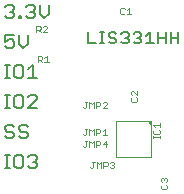
<source format=gtl>
G75*
%MOIN*%
%OFA0B0*%
%FSLAX25Y25*%
%IPPOS*%
%LPD*%
%AMOC8*
5,1,8,0,0,1.08239X$1,22.5*
%
%ADD10C,0.00700*%
%ADD11C,0.00200*%
%ADD12C,0.00500*%
%ADD13C,0.00394*%
D10*
X0057850Y0072452D02*
X0060385Y0072452D01*
X0061994Y0072452D02*
X0063261Y0072452D01*
X0062627Y0072452D02*
X0062627Y0076255D01*
X0061994Y0076255D02*
X0063261Y0076255D01*
X0064756Y0075621D02*
X0064756Y0074988D01*
X0065390Y0074354D01*
X0066658Y0074354D01*
X0067291Y0073720D01*
X0067291Y0073086D01*
X0066658Y0072452D01*
X0065390Y0072452D01*
X0064756Y0073086D01*
X0064756Y0075621D02*
X0065390Y0076255D01*
X0066658Y0076255D01*
X0067291Y0075621D01*
X0068899Y0075621D02*
X0069533Y0076255D01*
X0070801Y0076255D01*
X0071435Y0075621D01*
X0071435Y0074988D01*
X0070801Y0074354D01*
X0071435Y0073720D01*
X0071435Y0073086D01*
X0070801Y0072452D01*
X0069533Y0072452D01*
X0068899Y0073086D01*
X0070167Y0074354D02*
X0070801Y0074354D01*
X0073043Y0075621D02*
X0073677Y0076255D01*
X0074945Y0076255D01*
X0075578Y0075621D01*
X0075578Y0074988D01*
X0074945Y0074354D01*
X0075578Y0073720D01*
X0075578Y0073086D01*
X0074945Y0072452D01*
X0073677Y0072452D01*
X0073043Y0073086D01*
X0074311Y0074354D02*
X0074945Y0074354D01*
X0077187Y0074988D02*
X0078454Y0076255D01*
X0078454Y0072452D01*
X0077187Y0072452D02*
X0079722Y0072452D01*
X0081330Y0072452D02*
X0081330Y0076255D01*
X0081330Y0074354D02*
X0083866Y0074354D01*
X0085474Y0074354D02*
X0088009Y0074354D01*
X0088009Y0076255D02*
X0088009Y0072452D01*
X0085474Y0072452D02*
X0085474Y0076255D01*
X0083866Y0076255D02*
X0083866Y0072452D01*
X0057850Y0072452D02*
X0057850Y0076255D01*
D11*
X0068663Y0082514D02*
X0069030Y0082147D01*
X0069764Y0082147D01*
X0070131Y0082514D01*
X0070873Y0082147D02*
X0072341Y0082147D01*
X0071607Y0082147D02*
X0071607Y0084349D01*
X0070873Y0083615D01*
X0070131Y0083982D02*
X0069764Y0084349D01*
X0069030Y0084349D01*
X0068663Y0083982D01*
X0068663Y0082514D01*
X0044778Y0066202D02*
X0043310Y0066202D01*
X0044044Y0066202D02*
X0044044Y0068404D01*
X0043310Y0067670D01*
X0042568Y0068037D02*
X0042568Y0067303D01*
X0042201Y0066936D01*
X0041100Y0066936D01*
X0041834Y0066936D02*
X0042568Y0066202D01*
X0041100Y0066202D02*
X0041100Y0068404D01*
X0042201Y0068404D01*
X0042568Y0068037D01*
X0042810Y0076202D02*
X0044278Y0077670D01*
X0044278Y0078037D01*
X0043911Y0078404D01*
X0043177Y0078404D01*
X0042810Y0078037D01*
X0042068Y0078037D02*
X0042068Y0077303D01*
X0041701Y0076936D01*
X0040600Y0076936D01*
X0041334Y0076936D02*
X0042068Y0076202D01*
X0042810Y0076202D02*
X0044278Y0076202D01*
X0042068Y0078037D02*
X0041701Y0078404D01*
X0040600Y0078404D01*
X0040600Y0076202D01*
X0056834Y0053097D02*
X0057568Y0053097D01*
X0057201Y0053097D02*
X0057201Y0051262D01*
X0056834Y0050895D01*
X0056467Y0050895D01*
X0056100Y0051262D01*
X0058310Y0050895D02*
X0058310Y0053097D01*
X0059044Y0052363D01*
X0059778Y0053097D01*
X0059778Y0050895D01*
X0060520Y0050895D02*
X0060520Y0053097D01*
X0061621Y0053097D01*
X0061988Y0052730D01*
X0061988Y0051996D01*
X0061621Y0051629D01*
X0060520Y0051629D01*
X0062730Y0050895D02*
X0064198Y0052363D01*
X0064198Y0052730D01*
X0063831Y0053097D01*
X0063097Y0053097D01*
X0062730Y0052730D01*
X0062730Y0050895D02*
X0064198Y0050895D01*
X0063464Y0044097D02*
X0063464Y0041895D01*
X0062730Y0041895D02*
X0064198Y0041895D01*
X0063831Y0040097D02*
X0062730Y0038996D01*
X0064198Y0038996D01*
X0063831Y0037895D02*
X0063831Y0040097D01*
X0061988Y0039730D02*
X0061988Y0038996D01*
X0061621Y0038629D01*
X0060520Y0038629D01*
X0060520Y0037895D02*
X0060520Y0040097D01*
X0061621Y0040097D01*
X0061988Y0039730D01*
X0060520Y0041895D02*
X0060520Y0044097D01*
X0061621Y0044097D01*
X0061988Y0043730D01*
X0061988Y0042996D01*
X0061621Y0042629D01*
X0060520Y0042629D01*
X0059778Y0041895D02*
X0059778Y0044097D01*
X0059044Y0043363D01*
X0058310Y0044097D01*
X0058310Y0041895D01*
X0057201Y0042262D02*
X0056834Y0041895D01*
X0056467Y0041895D01*
X0056100Y0042262D01*
X0057201Y0042262D02*
X0057201Y0044097D01*
X0056834Y0044097D02*
X0057568Y0044097D01*
X0057568Y0040097D02*
X0056834Y0040097D01*
X0057201Y0040097D02*
X0057201Y0038262D01*
X0056834Y0037895D01*
X0056467Y0037895D01*
X0056100Y0038262D01*
X0058310Y0037895D02*
X0058310Y0040097D01*
X0059044Y0039363D01*
X0059778Y0040097D01*
X0059778Y0037895D01*
X0059701Y0033097D02*
X0059701Y0031262D01*
X0059334Y0030895D01*
X0058967Y0030895D01*
X0058600Y0031262D01*
X0059334Y0033097D02*
X0060068Y0033097D01*
X0060810Y0033097D02*
X0061544Y0032363D01*
X0062278Y0033097D01*
X0062278Y0030895D01*
X0063020Y0030895D02*
X0063020Y0033097D01*
X0064121Y0033097D01*
X0064488Y0032730D01*
X0064488Y0031996D01*
X0064121Y0031629D01*
X0063020Y0031629D01*
X0065230Y0031262D02*
X0065597Y0030895D01*
X0066331Y0030895D01*
X0066698Y0031262D01*
X0066698Y0031629D01*
X0066331Y0031996D01*
X0065964Y0031996D01*
X0066331Y0031996D02*
X0066698Y0032363D01*
X0066698Y0032730D01*
X0066331Y0033097D01*
X0065597Y0033097D01*
X0065230Y0032730D01*
X0060810Y0033097D02*
X0060810Y0030895D01*
X0062730Y0043363D02*
X0063464Y0044097D01*
X0072506Y0053052D02*
X0073974Y0053052D01*
X0074341Y0053419D01*
X0074341Y0054153D01*
X0073974Y0054520D01*
X0074341Y0055262D02*
X0072873Y0056730D01*
X0072506Y0056730D01*
X0072139Y0056363D01*
X0072139Y0055629D01*
X0072506Y0055262D01*
X0072506Y0054520D02*
X0072139Y0054153D01*
X0072139Y0053419D01*
X0072506Y0053052D01*
X0074341Y0055262D02*
X0074341Y0056730D01*
X0081800Y0045960D02*
X0081800Y0044492D01*
X0081800Y0045226D02*
X0079598Y0045226D01*
X0080332Y0044492D01*
X0079965Y0043750D02*
X0079598Y0043383D01*
X0079598Y0042649D01*
X0079965Y0042282D01*
X0081433Y0042282D01*
X0081800Y0042649D01*
X0081800Y0043383D01*
X0081433Y0043750D01*
X0081800Y0041543D02*
X0081800Y0040809D01*
X0081800Y0041176D02*
X0079598Y0041176D01*
X0079598Y0040809D02*
X0079598Y0041543D01*
X0082524Y0027610D02*
X0082891Y0027610D01*
X0083258Y0027243D01*
X0083625Y0027610D01*
X0083992Y0027610D01*
X0084359Y0027243D01*
X0084359Y0026509D01*
X0083992Y0026142D01*
X0083992Y0025400D02*
X0084359Y0025033D01*
X0084359Y0024299D01*
X0083992Y0023932D01*
X0082524Y0023932D01*
X0082157Y0024299D01*
X0082157Y0025033D01*
X0082524Y0025400D01*
X0082524Y0026142D02*
X0082157Y0026509D01*
X0082157Y0027243D01*
X0082524Y0027610D01*
X0083258Y0027243D02*
X0083258Y0026876D01*
D12*
X0031751Y0030852D02*
X0030250Y0030852D01*
X0031001Y0030852D02*
X0031001Y0035356D01*
X0031751Y0035356D02*
X0030250Y0035356D01*
X0033319Y0034605D02*
X0033319Y0031603D01*
X0034070Y0030852D01*
X0035571Y0030852D01*
X0036322Y0031603D01*
X0036322Y0034605D01*
X0035571Y0035356D01*
X0034070Y0035356D01*
X0033319Y0034605D01*
X0037923Y0034605D02*
X0038674Y0035356D01*
X0040175Y0035356D01*
X0040926Y0034605D01*
X0040926Y0033855D01*
X0040175Y0033104D01*
X0040926Y0032353D01*
X0040926Y0031603D01*
X0040175Y0030852D01*
X0038674Y0030852D01*
X0037923Y0031603D01*
X0039424Y0033104D02*
X0040175Y0033104D01*
X0037106Y0040852D02*
X0035605Y0040852D01*
X0034854Y0041603D01*
X0033253Y0041603D02*
X0033253Y0042353D01*
X0032502Y0043104D01*
X0031001Y0043104D01*
X0030250Y0043855D01*
X0030250Y0044605D01*
X0031001Y0045356D01*
X0032502Y0045356D01*
X0033253Y0044605D01*
X0034854Y0044605D02*
X0034854Y0043855D01*
X0035605Y0043104D01*
X0037106Y0043104D01*
X0037856Y0042353D01*
X0037856Y0041603D01*
X0037106Y0040852D01*
X0037856Y0044605D02*
X0037106Y0045356D01*
X0035605Y0045356D01*
X0034854Y0044605D01*
X0033253Y0041603D02*
X0032502Y0040852D01*
X0031001Y0040852D01*
X0030250Y0041603D01*
X0030250Y0050852D02*
X0031751Y0050852D01*
X0031001Y0050852D02*
X0031001Y0055356D01*
X0031751Y0055356D02*
X0030250Y0055356D01*
X0033319Y0054605D02*
X0033319Y0051603D01*
X0034070Y0050852D01*
X0035571Y0050852D01*
X0036322Y0051603D01*
X0036322Y0054605D01*
X0035571Y0055356D01*
X0034070Y0055356D01*
X0033319Y0054605D01*
X0037923Y0054605D02*
X0038674Y0055356D01*
X0040175Y0055356D01*
X0040926Y0054605D01*
X0040926Y0053855D01*
X0037923Y0050852D01*
X0040926Y0050852D01*
X0040926Y0060852D02*
X0037923Y0060852D01*
X0039424Y0060852D02*
X0039424Y0065356D01*
X0037923Y0063855D01*
X0036322Y0064605D02*
X0035571Y0065356D01*
X0034070Y0065356D01*
X0033319Y0064605D01*
X0033319Y0061603D01*
X0034070Y0060852D01*
X0035571Y0060852D01*
X0036322Y0061603D01*
X0036322Y0064605D01*
X0031751Y0065356D02*
X0030250Y0065356D01*
X0031001Y0065356D02*
X0031001Y0060852D01*
X0031751Y0060852D02*
X0030250Y0060852D01*
X0031001Y0070852D02*
X0030250Y0071603D01*
X0031001Y0070852D02*
X0032502Y0070852D01*
X0033253Y0071603D01*
X0033253Y0073104D01*
X0032502Y0073855D01*
X0031751Y0073855D01*
X0030250Y0073104D01*
X0030250Y0075356D01*
X0033253Y0075356D01*
X0034854Y0075356D02*
X0034854Y0072353D01*
X0036355Y0070852D01*
X0037856Y0072353D01*
X0037856Y0075356D01*
X0037907Y0080852D02*
X0037156Y0081603D01*
X0037907Y0080852D02*
X0039408Y0080852D01*
X0040158Y0081603D01*
X0040158Y0082353D01*
X0039408Y0083104D01*
X0038657Y0083104D01*
X0039408Y0083104D02*
X0040158Y0083855D01*
X0040158Y0084605D01*
X0039408Y0085356D01*
X0037907Y0085356D01*
X0037156Y0084605D01*
X0035605Y0081603D02*
X0034854Y0081603D01*
X0034854Y0080852D01*
X0035605Y0080852D01*
X0035605Y0081603D01*
X0033253Y0081603D02*
X0032502Y0080852D01*
X0031001Y0080852D01*
X0030250Y0081603D01*
X0031751Y0083104D02*
X0032502Y0083104D01*
X0033253Y0082353D01*
X0033253Y0081603D01*
X0032502Y0083104D02*
X0033253Y0083855D01*
X0033253Y0084605D01*
X0032502Y0085356D01*
X0031001Y0085356D01*
X0030250Y0084605D01*
X0041760Y0085356D02*
X0041760Y0082353D01*
X0043261Y0080852D01*
X0044762Y0082353D01*
X0044762Y0085356D01*
D13*
X0067094Y0046508D02*
X0067094Y0034697D01*
X0078906Y0034697D01*
X0078906Y0046508D01*
X0067094Y0046508D01*
X0078209Y0045976D02*
X0078211Y0046003D01*
X0078217Y0046030D01*
X0078226Y0046056D01*
X0078239Y0046080D01*
X0078255Y0046103D01*
X0078274Y0046122D01*
X0078296Y0046139D01*
X0078320Y0046153D01*
X0078345Y0046163D01*
X0078372Y0046170D01*
X0078399Y0046173D01*
X0078427Y0046172D01*
X0078454Y0046167D01*
X0078480Y0046159D01*
X0078504Y0046147D01*
X0078527Y0046131D01*
X0078548Y0046113D01*
X0078565Y0046092D01*
X0078580Y0046068D01*
X0078591Y0046043D01*
X0078599Y0046017D01*
X0078603Y0045990D01*
X0078603Y0045962D01*
X0078599Y0045935D01*
X0078591Y0045909D01*
X0078580Y0045884D01*
X0078565Y0045860D01*
X0078548Y0045839D01*
X0078527Y0045821D01*
X0078505Y0045805D01*
X0078480Y0045793D01*
X0078454Y0045785D01*
X0078427Y0045780D01*
X0078399Y0045779D01*
X0078372Y0045782D01*
X0078345Y0045789D01*
X0078320Y0045799D01*
X0078296Y0045813D01*
X0078274Y0045830D01*
X0078255Y0045849D01*
X0078239Y0045872D01*
X0078226Y0045896D01*
X0078217Y0045922D01*
X0078211Y0045949D01*
X0078209Y0045976D01*
M02*

</source>
